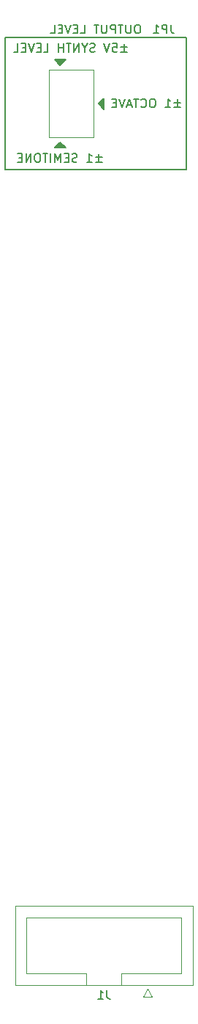
<source format=gbr>
%TF.GenerationSoftware,KiCad,Pcbnew,(6.0.5)*%
%TF.CreationDate,2023-02-15T12:36:45-05:00*%
%TF.ProjectId,wow_and_flutter,776f775f-616e-4645-9f66-6c7574746572,rev?*%
%TF.SameCoordinates,Original*%
%TF.FileFunction,Legend,Bot*%
%TF.FilePolarity,Positive*%
%FSLAX46Y46*%
G04 Gerber Fmt 4.6, Leading zero omitted, Abs format (unit mm)*
G04 Created by KiCad (PCBNEW (6.0.5)) date 2023-02-15 12:36:45*
%MOMM*%
%LPD*%
G01*
G04 APERTURE LIST*
%ADD10C,0.150000*%
%ADD11C,0.120000*%
G04 APERTURE END LIST*
D10*
X179075000Y-33695000D02*
X179075000Y-48935000D01*
G36*
X185425000Y-36870000D02*
G01*
X184790000Y-36235000D01*
X186060000Y-36235000D01*
X185425000Y-36870000D01*
G37*
X185425000Y-36870000D02*
X184790000Y-36235000D01*
X186060000Y-36235000D01*
X185425000Y-36870000D01*
X179075000Y-48935000D02*
X200030000Y-48935000D01*
G36*
X190505000Y-41950000D02*
G01*
X189870000Y-41315000D01*
X190505000Y-40680000D01*
X190505000Y-41950000D01*
G37*
X190505000Y-41950000D02*
X189870000Y-41315000D01*
X190505000Y-40680000D01*
X190505000Y-41950000D01*
G36*
X186060000Y-46395000D02*
G01*
X184790000Y-46395000D01*
X185425000Y-45760000D01*
X186060000Y-46395000D01*
G37*
X186060000Y-46395000D02*
X184790000Y-46395000D01*
X185425000Y-45760000D01*
X186060000Y-46395000D01*
X200030000Y-33695000D02*
X179075000Y-33695000D01*
X200030000Y-48935000D02*
X200030000Y-33695000D01*
X199375357Y-41195952D02*
X198613452Y-41195952D01*
X198994404Y-41576904D02*
X198994404Y-40815000D01*
X198613452Y-41767380D02*
X199375357Y-41767380D01*
X197613452Y-41767380D02*
X198184880Y-41767380D01*
X197899166Y-41767380D02*
X197899166Y-40767380D01*
X197994404Y-40910238D01*
X198089642Y-41005476D01*
X198184880Y-41053095D01*
X196232500Y-40767380D02*
X196042023Y-40767380D01*
X195946785Y-40815000D01*
X195851547Y-40910238D01*
X195803928Y-41100714D01*
X195803928Y-41434047D01*
X195851547Y-41624523D01*
X195946785Y-41719761D01*
X196042023Y-41767380D01*
X196232500Y-41767380D01*
X196327738Y-41719761D01*
X196422976Y-41624523D01*
X196470595Y-41434047D01*
X196470595Y-41100714D01*
X196422976Y-40910238D01*
X196327738Y-40815000D01*
X196232500Y-40767380D01*
X194803928Y-41672142D02*
X194851547Y-41719761D01*
X194994404Y-41767380D01*
X195089642Y-41767380D01*
X195232500Y-41719761D01*
X195327738Y-41624523D01*
X195375357Y-41529285D01*
X195422976Y-41338809D01*
X195422976Y-41195952D01*
X195375357Y-41005476D01*
X195327738Y-40910238D01*
X195232500Y-40815000D01*
X195089642Y-40767380D01*
X194994404Y-40767380D01*
X194851547Y-40815000D01*
X194803928Y-40862619D01*
X194518214Y-40767380D02*
X193946785Y-40767380D01*
X194232500Y-41767380D02*
X194232500Y-40767380D01*
X193661071Y-41481666D02*
X193184880Y-41481666D01*
X193756309Y-41767380D02*
X193422976Y-40767380D01*
X193089642Y-41767380D01*
X192899166Y-40767380D02*
X192565833Y-41767380D01*
X192232500Y-40767380D01*
X191899166Y-41243571D02*
X191565833Y-41243571D01*
X191422976Y-41767380D02*
X191899166Y-41767380D01*
X191899166Y-40767380D01*
X191422976Y-40767380D01*
X190282142Y-47505952D02*
X189520238Y-47505952D01*
X189901190Y-47886904D02*
X189901190Y-47125000D01*
X189520238Y-48077380D02*
X190282142Y-48077380D01*
X188520238Y-48077380D02*
X189091666Y-48077380D01*
X188805952Y-48077380D02*
X188805952Y-47077380D01*
X188901190Y-47220238D01*
X188996428Y-47315476D01*
X189091666Y-47363095D01*
X187377380Y-48029761D02*
X187234523Y-48077380D01*
X186996428Y-48077380D01*
X186901190Y-48029761D01*
X186853571Y-47982142D01*
X186805952Y-47886904D01*
X186805952Y-47791666D01*
X186853571Y-47696428D01*
X186901190Y-47648809D01*
X186996428Y-47601190D01*
X187186904Y-47553571D01*
X187282142Y-47505952D01*
X187329761Y-47458333D01*
X187377380Y-47363095D01*
X187377380Y-47267857D01*
X187329761Y-47172619D01*
X187282142Y-47125000D01*
X187186904Y-47077380D01*
X186948809Y-47077380D01*
X186805952Y-47125000D01*
X186377380Y-47553571D02*
X186044047Y-47553571D01*
X185901190Y-48077380D02*
X186377380Y-48077380D01*
X186377380Y-47077380D01*
X185901190Y-47077380D01*
X185472619Y-48077380D02*
X185472619Y-47077380D01*
X185139285Y-47791666D01*
X184805952Y-47077380D01*
X184805952Y-48077380D01*
X184329761Y-48077380D02*
X184329761Y-47077380D01*
X183996428Y-47077380D02*
X183425000Y-47077380D01*
X183710714Y-48077380D02*
X183710714Y-47077380D01*
X182901190Y-47077380D02*
X182710714Y-47077380D01*
X182615476Y-47125000D01*
X182520238Y-47220238D01*
X182472619Y-47410714D01*
X182472619Y-47744047D01*
X182520238Y-47934523D01*
X182615476Y-48029761D01*
X182710714Y-48077380D01*
X182901190Y-48077380D01*
X182996428Y-48029761D01*
X183091666Y-47934523D01*
X183139285Y-47744047D01*
X183139285Y-47410714D01*
X183091666Y-47220238D01*
X182996428Y-47125000D01*
X182901190Y-47077380D01*
X182044047Y-48077380D02*
X182044047Y-47077380D01*
X181472619Y-48077380D01*
X181472619Y-47077380D01*
X180996428Y-47553571D02*
X180663095Y-47553571D01*
X180520238Y-48077380D02*
X180996428Y-48077380D01*
X180996428Y-47077380D01*
X180520238Y-47077380D01*
X193213809Y-34805952D02*
X192451904Y-34805952D01*
X192832857Y-35186904D02*
X192832857Y-34425000D01*
X192451904Y-35377380D02*
X193213809Y-35377380D01*
X191499523Y-34377380D02*
X191975714Y-34377380D01*
X192023333Y-34853571D01*
X191975714Y-34805952D01*
X191880476Y-34758333D01*
X191642380Y-34758333D01*
X191547142Y-34805952D01*
X191499523Y-34853571D01*
X191451904Y-34948809D01*
X191451904Y-35186904D01*
X191499523Y-35282142D01*
X191547142Y-35329761D01*
X191642380Y-35377380D01*
X191880476Y-35377380D01*
X191975714Y-35329761D01*
X192023333Y-35282142D01*
X191166190Y-34377380D02*
X190832857Y-35377380D01*
X190499523Y-34377380D01*
X189451904Y-35329761D02*
X189309047Y-35377380D01*
X189070952Y-35377380D01*
X188975714Y-35329761D01*
X188928095Y-35282142D01*
X188880476Y-35186904D01*
X188880476Y-35091666D01*
X188928095Y-34996428D01*
X188975714Y-34948809D01*
X189070952Y-34901190D01*
X189261428Y-34853571D01*
X189356666Y-34805952D01*
X189404285Y-34758333D01*
X189451904Y-34663095D01*
X189451904Y-34567857D01*
X189404285Y-34472619D01*
X189356666Y-34425000D01*
X189261428Y-34377380D01*
X189023333Y-34377380D01*
X188880476Y-34425000D01*
X188261428Y-34901190D02*
X188261428Y-35377380D01*
X188594761Y-34377380D02*
X188261428Y-34901190D01*
X187928095Y-34377380D01*
X187594761Y-35377380D02*
X187594761Y-34377380D01*
X187023333Y-35377380D01*
X187023333Y-34377380D01*
X186690000Y-34377380D02*
X186118571Y-34377380D01*
X186404285Y-35377380D02*
X186404285Y-34377380D01*
X185785238Y-35377380D02*
X185785238Y-34377380D01*
X185785238Y-34853571D02*
X185213809Y-34853571D01*
X185213809Y-35377380D02*
X185213809Y-34377380D01*
X183499523Y-35377380D02*
X183975714Y-35377380D01*
X183975714Y-34377380D01*
X183166190Y-34853571D02*
X182832857Y-34853571D01*
X182690000Y-35377380D02*
X183166190Y-35377380D01*
X183166190Y-34377380D01*
X182690000Y-34377380D01*
X182404285Y-34377380D02*
X182070952Y-35377380D01*
X181737619Y-34377380D01*
X181404285Y-34853571D02*
X181070952Y-34853571D01*
X180928095Y-35377380D02*
X181404285Y-35377380D01*
X181404285Y-34377380D01*
X180928095Y-34377380D01*
X180023333Y-35377380D02*
X180499523Y-35377380D01*
X180499523Y-34377380D01*
%TO.C,J1*%
X190833333Y-143597380D02*
X190833333Y-144311666D01*
X190880952Y-144454523D01*
X190976190Y-144549761D01*
X191119047Y-144597380D01*
X191214285Y-144597380D01*
X189833333Y-144597380D02*
X190404761Y-144597380D01*
X190119047Y-144597380D02*
X190119047Y-143597380D01*
X190214285Y-143740238D01*
X190309523Y-143835476D01*
X190404761Y-143883095D01*
%TO.C,JP1*%
X198260690Y-32218380D02*
X198260690Y-32932666D01*
X198308309Y-33075523D01*
X198403547Y-33170761D01*
X198546404Y-33218380D01*
X198641642Y-33218380D01*
X197784500Y-33218380D02*
X197784500Y-32218380D01*
X197403547Y-32218380D01*
X197308309Y-32266000D01*
X197260690Y-32313619D01*
X197213071Y-32408857D01*
X197213071Y-32551714D01*
X197260690Y-32646952D01*
X197308309Y-32694571D01*
X197403547Y-32742190D01*
X197784500Y-32742190D01*
X196260690Y-33218380D02*
X196832119Y-33218380D01*
X196546404Y-33218380D02*
X196546404Y-32218380D01*
X196641642Y-32361238D01*
X196736880Y-32456476D01*
X196832119Y-32504095D01*
X194481071Y-32218380D02*
X194290595Y-32218380D01*
X194195357Y-32266000D01*
X194100119Y-32361238D01*
X194052500Y-32551714D01*
X194052500Y-32885047D01*
X194100119Y-33075523D01*
X194195357Y-33170761D01*
X194290595Y-33218380D01*
X194481071Y-33218380D01*
X194576309Y-33170761D01*
X194671547Y-33075523D01*
X194719166Y-32885047D01*
X194719166Y-32551714D01*
X194671547Y-32361238D01*
X194576309Y-32266000D01*
X194481071Y-32218380D01*
X193623928Y-32218380D02*
X193623928Y-33027904D01*
X193576309Y-33123142D01*
X193528690Y-33170761D01*
X193433452Y-33218380D01*
X193242976Y-33218380D01*
X193147738Y-33170761D01*
X193100119Y-33123142D01*
X193052500Y-33027904D01*
X193052500Y-32218380D01*
X192719166Y-32218380D02*
X192147738Y-32218380D01*
X192433452Y-33218380D02*
X192433452Y-32218380D01*
X191814404Y-33218380D02*
X191814404Y-32218380D01*
X191433452Y-32218380D01*
X191338214Y-32266000D01*
X191290595Y-32313619D01*
X191242976Y-32408857D01*
X191242976Y-32551714D01*
X191290595Y-32646952D01*
X191338214Y-32694571D01*
X191433452Y-32742190D01*
X191814404Y-32742190D01*
X190814404Y-32218380D02*
X190814404Y-33027904D01*
X190766785Y-33123142D01*
X190719166Y-33170761D01*
X190623928Y-33218380D01*
X190433452Y-33218380D01*
X190338214Y-33170761D01*
X190290595Y-33123142D01*
X190242976Y-33027904D01*
X190242976Y-32218380D01*
X189909642Y-32218380D02*
X189338214Y-32218380D01*
X189623928Y-33218380D02*
X189623928Y-32218380D01*
X187766785Y-33218380D02*
X188242976Y-33218380D01*
X188242976Y-32218380D01*
X187433452Y-32694571D02*
X187100119Y-32694571D01*
X186957261Y-33218380D02*
X187433452Y-33218380D01*
X187433452Y-32218380D01*
X186957261Y-32218380D01*
X186671547Y-32218380D02*
X186338214Y-33218380D01*
X186004880Y-32218380D01*
X185671547Y-32694571D02*
X185338214Y-32694571D01*
X185195357Y-33218380D02*
X185671547Y-33218380D01*
X185671547Y-32218380D01*
X185195357Y-32218380D01*
X184290595Y-33218380D02*
X184766785Y-33218380D01*
X184766785Y-32218380D01*
D11*
%TO.C,J1*%
X180210000Y-142990000D02*
X200790000Y-142990000D01*
X188450000Y-141680000D02*
X188450000Y-141680000D01*
X181510000Y-135180000D02*
X181510000Y-141680000D01*
X199490000Y-135180000D02*
X181510000Y-135180000D01*
X192550000Y-141680000D02*
X199490000Y-141680000D01*
X181510000Y-141680000D02*
X188450000Y-141680000D01*
X180210000Y-133870000D02*
X180210000Y-142990000D01*
X192550000Y-142990000D02*
X192550000Y-141680000D01*
X195580000Y-143380000D02*
X196080000Y-144380000D01*
X188450000Y-141680000D02*
X188450000Y-142990000D01*
X196080000Y-144380000D02*
X195080000Y-144380000D01*
X199490000Y-141680000D02*
X199490000Y-135180000D01*
X200790000Y-133870000D02*
X180210000Y-133870000D01*
X200790000Y-142990000D02*
X200790000Y-133870000D01*
X195080000Y-144380000D02*
X195580000Y-143380000D01*
%TO.C,JP1*%
X184095000Y-45185000D02*
X189235000Y-45185000D01*
X184095000Y-45185000D02*
X184095000Y-37445000D01*
X184095000Y-37445000D02*
X189295000Y-37445000D01*
X189295000Y-45185000D02*
X189295000Y-37445000D01*
%TD*%
M02*

</source>
